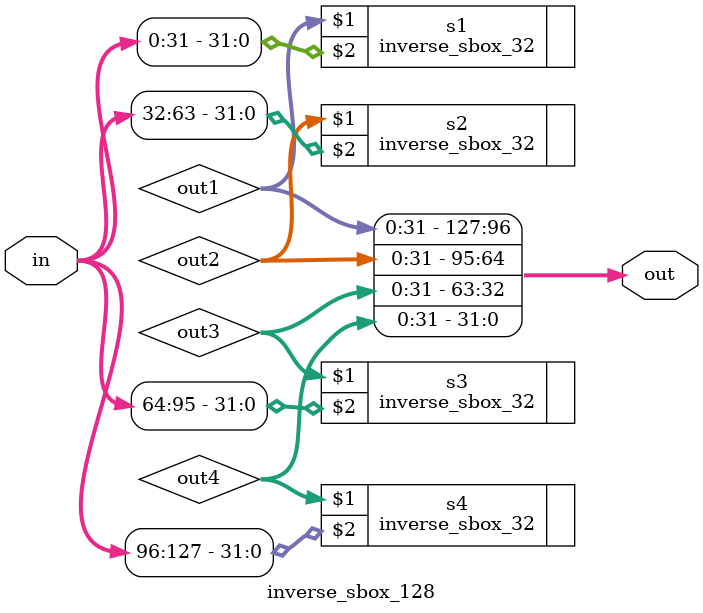
<source format=v>
module inverse_sbox_128 (input [0:127] in,output reg [0:127] out);
wire [0:31]out1;
wire [0:31]out2;
wire [0:31]out3;
wire [0:31]out4;
inverse_sbox_32 s1(out1,in[0:31]);
inverse_sbox_32 s2(out2,in[32:63]);
inverse_sbox_32 s3(out3,in[64:95]);
inverse_sbox_32 s4(out4,in[96:127]);
always@(*) begin
out[0:31]=out1;
out[32:63]=out2;
out[64:95]=out3;
out[96:127]=out4;
end
endmodule

</source>
